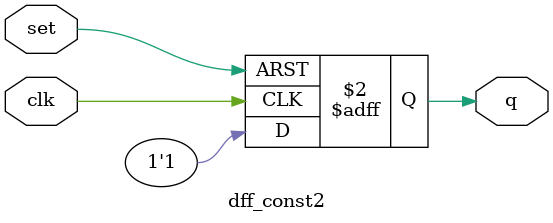
<source format=v>
module dff_const2(
	input 		clk, 
	input 		set, 
	output 	reg 	q
);

always @(posedge clk, posedge set)
begin
	if(set)
		q <= 1'b1;
	else
		q <= 1'b1;
end

endmodule

</source>
